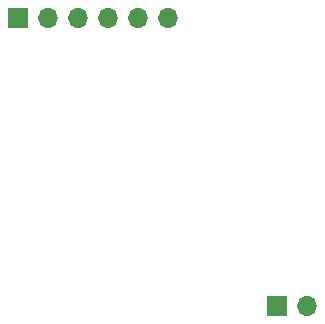
<source format=gbr>
%TF.GenerationSoftware,KiCad,Pcbnew,7.0.6-0*%
%TF.CreationDate,2024-01-22T13:27:35-05:00*%
%TF.ProjectId,regulators,72656775-6c61-4746-9f72-732e6b696361,rev?*%
%TF.SameCoordinates,Original*%
%TF.FileFunction,Soldermask,Bot*%
%TF.FilePolarity,Negative*%
%FSLAX46Y46*%
G04 Gerber Fmt 4.6, Leading zero omitted, Abs format (unit mm)*
G04 Created by KiCad (PCBNEW 7.0.6-0) date 2024-01-22 13:27:35*
%MOMM*%
%LPD*%
G01*
G04 APERTURE LIST*
%ADD10R,1.700000X1.700000*%
%ADD11O,1.700000X1.700000*%
G04 APERTURE END LIST*
D10*
%TO.C,J2*%
X96236000Y-73832000D03*
D11*
X98776000Y-73832000D03*
%TD*%
D10*
%TO.C,J1*%
X74295000Y-49403000D03*
D11*
X76835000Y-49403000D03*
X79375000Y-49403000D03*
X81915000Y-49403000D03*
X84455000Y-49403000D03*
X86995000Y-49403000D03*
%TD*%
M02*

</source>
